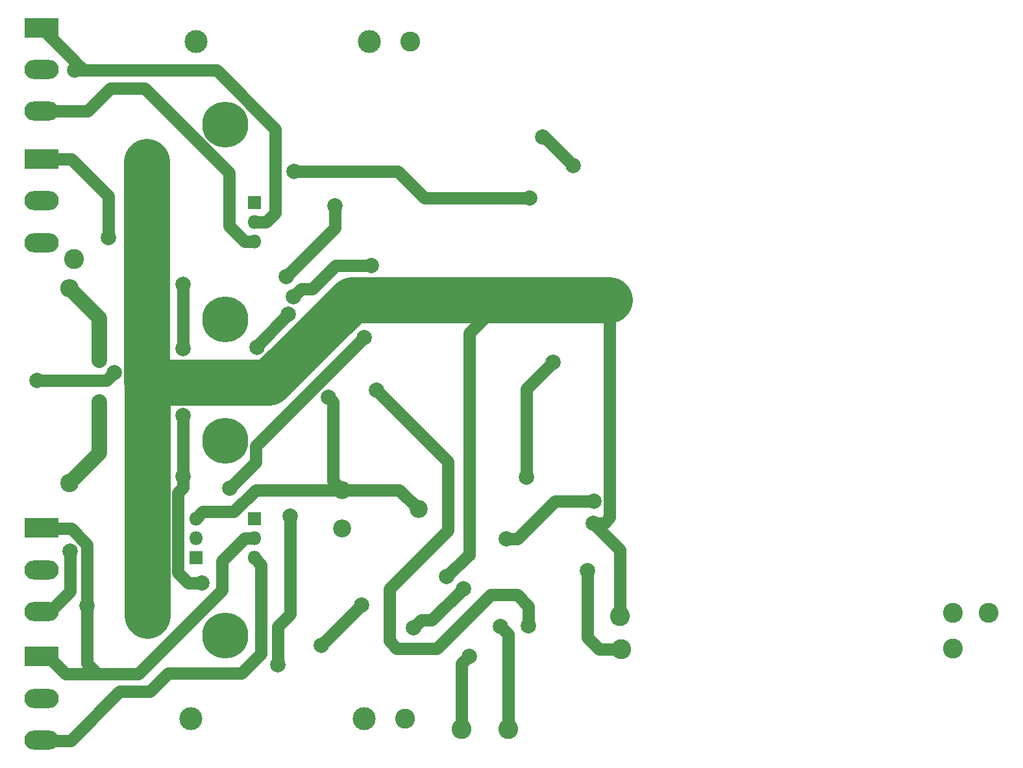
<source format=gbr>
G04 #@! TF.GenerationSoftware,KiCad,Pcbnew,5.1.5-52549c5~84~ubuntu18.04.1*
G04 #@! TF.CreationDate,2020-03-16T16:27:59+13:00*
G04 #@! TF.ProjectId,Trimodal SMD,5472696d-6f64-4616-9c20-534d442e6b69,rev?*
G04 #@! TF.SameCoordinates,Original*
G04 #@! TF.FileFunction,Copper,L2,Bot*
G04 #@! TF.FilePolarity,Positive*
%FSLAX46Y46*%
G04 Gerber Fmt 4.6, Leading zero omitted, Abs format (unit mm)*
G04 Created by KiCad (PCBNEW 5.1.5-52549c5~84~ubuntu18.04.1) date 2020-03-16 16:27:59*
%MOMM*%
%LPD*%
G04 APERTURE LIST*
%ADD10C,6.000000*%
%ADD11C,3.000000*%
%ADD12C,2.600000*%
%ADD13C,2.400000*%
%ADD14O,2.400000X2.400000*%
%ADD15C,2.340000*%
%ADD16O,1.800000X1.800000*%
%ADD17R,1.800000X1.800000*%
%ADD18R,4.500000X2.500000*%
%ADD19O,4.500000X2.500000*%
%ADD20C,2.000000*%
%ADD21C,5.000000*%
%ADD22C,4.000000*%
%ADD23C,1.600000*%
%ADD24C,6.000001*%
%ADD25C,2.000000*%
G04 APERTURE END LIST*
D10*
X88900000Y-114935000D03*
X88900000Y-89535000D03*
D11*
X107055000Y-125730000D03*
X84455000Y-125730000D03*
X85090000Y-37465000D03*
X107690000Y-37465000D03*
D10*
X88900000Y-48260000D03*
X88900000Y-73660000D03*
D12*
X140525500Y-116713000D03*
X140398500Y-112395000D03*
X69151500Y-65849500D03*
X85344000Y-81915000D03*
X112395000Y-125730000D03*
X113030000Y-37465000D03*
D13*
X68580000Y-94996000D03*
D14*
X68580000Y-69596000D03*
D15*
X104140000Y-95925000D03*
X114140000Y-98425000D03*
X104140000Y-100925000D03*
D12*
X89725500Y-81978500D03*
D16*
X92710000Y-104775000D03*
X92710000Y-102235000D03*
D17*
X92710000Y-99695000D03*
D18*
X64960500Y-117665500D03*
D19*
X64960500Y-123115500D03*
X64960500Y-128565500D03*
D17*
X92710000Y-58420000D03*
D16*
X92710000Y-60960000D03*
X92710000Y-63500000D03*
D18*
X64960500Y-35645500D03*
D19*
X64960500Y-41095500D03*
X64960500Y-46545500D03*
D17*
X85090000Y-104775000D03*
D16*
X85090000Y-102235000D03*
X85090000Y-99695000D03*
D19*
X64960500Y-63690500D03*
X64960500Y-58240500D03*
D18*
X64960500Y-52790500D03*
X64960500Y-100901500D03*
D19*
X64960500Y-106351500D03*
X64960500Y-111801500D03*
D12*
X119697500Y-127127000D03*
X125857000Y-127127000D03*
X183830501Y-111997501D03*
X183830501Y-116647501D03*
X188480501Y-111997501D03*
D20*
X124800500Y-113728500D03*
X120713500Y-117602000D03*
X136144000Y-106489500D03*
D21*
X78676500Y-53149500D03*
X78740000Y-111569500D03*
D22*
X118745000Y-70993000D03*
X139065000Y-71120000D03*
D20*
X117792500Y-107251500D03*
X136906000Y-100266500D03*
X128216250Y-94287750D03*
X131699000Y-79311500D03*
X102362000Y-83883500D03*
X97917000Y-54356000D03*
X128587500Y-57848500D03*
X89535000Y-95694500D03*
X106997500Y-76073000D03*
X101409500Y-116205000D03*
X106680000Y-110934500D03*
X72453500Y-84455000D03*
X83415000Y-94210000D03*
X83439000Y-69146999D03*
X83415000Y-86233000D03*
X83439000Y-77470000D03*
X85852000Y-108077000D03*
X64325500Y-81661000D03*
X74422000Y-80645000D03*
X125565000Y-102324000D03*
X136969500Y-97409000D03*
X108648500Y-82931000D03*
X128480000Y-113684500D03*
X72517000Y-79057500D03*
X113474500Y-113919000D03*
X119951500Y-108839000D03*
X93027500Y-77343000D03*
X97152316Y-73027684D03*
X70866000Y-110998000D03*
X69278500Y-41211500D03*
X73660000Y-63055500D03*
X97345500Y-99377500D03*
X95758000Y-118745000D03*
X97806817Y-70722183D03*
X107950000Y-66675000D03*
X130302000Y-49911000D03*
X134302500Y-53657500D03*
X68643500Y-103949500D03*
X96837500Y-68135500D03*
X103251000Y-58864500D03*
D23*
X125800499Y-114728499D02*
X125800499Y-127564501D01*
X124800500Y-113728500D02*
X125800499Y-114728499D01*
X119713501Y-118601999D02*
X119713501Y-127555499D01*
X120713500Y-117602000D02*
X119713501Y-118601999D01*
X136144000Y-106489500D02*
X136144000Y-115189000D01*
X137668000Y-116713000D02*
X140525500Y-116713000D01*
X136144000Y-115189000D02*
X137668000Y-116713000D01*
D24*
X80645000Y-81915000D02*
X82483477Y-81915000D01*
X82483477Y-81915000D02*
X94615000Y-81915000D01*
X94615000Y-81915000D02*
X105410000Y-71120000D01*
X78740000Y-81915000D02*
X80645000Y-81915000D01*
X105410000Y-71120000D02*
X118745000Y-71120000D01*
X139065000Y-71120000D02*
X139065000Y-71120000D01*
X139065000Y-71120000D02*
X139065000Y-71120000D01*
X78740000Y-81915000D02*
X78740000Y-112268000D01*
X78676500Y-81851500D02*
X78740000Y-81915000D01*
X78676500Y-53149500D02*
X78676500Y-81851500D01*
X128524000Y-71120000D02*
X139065000Y-71120000D01*
D23*
X120777000Y-75501500D02*
X125158500Y-71120000D01*
X120650000Y-104394000D02*
X120777000Y-104394000D01*
X117792500Y-107251500D02*
X120650000Y-104394000D01*
D24*
X118745000Y-71120000D02*
X125158500Y-71120000D01*
D23*
X120777000Y-104394000D02*
X120777000Y-75501500D01*
D24*
X125158500Y-71120000D02*
X128524000Y-71120000D01*
D23*
X140398500Y-103759000D02*
X140398500Y-112395000D01*
X136906000Y-100266500D02*
X140398500Y-103759000D01*
X139065000Y-73948427D02*
X139065000Y-71120000D01*
X139065000Y-99521713D02*
X139065000Y-73948427D01*
X138320213Y-100266500D02*
X139065000Y-99521713D01*
X136906000Y-100266500D02*
X138320213Y-100266500D01*
X128216250Y-94287750D02*
X128216250Y-82794250D01*
X128216250Y-82794250D02*
X131699000Y-79311500D01*
X131699000Y-79311500D02*
X131699000Y-79311500D01*
X102485371Y-95925000D02*
X104140000Y-95925000D01*
X92879998Y-95925000D02*
X102485371Y-95925000D01*
X90009997Y-98795001D02*
X92879998Y-95925000D01*
X85989999Y-98795001D02*
X90009997Y-98795001D01*
X85090000Y-99695000D02*
X85989999Y-98795001D01*
X111640000Y-95925000D02*
X114140000Y-98425000D01*
X104140000Y-95925000D02*
X111640000Y-95925000D01*
X102970001Y-94755001D02*
X102970001Y-84491501D01*
X104140000Y-95925000D02*
X102970001Y-94755001D01*
X102970001Y-84491501D02*
X102362000Y-83883500D01*
X102362000Y-83883500D02*
X102362000Y-83883500D01*
X97917000Y-54356000D02*
X111442500Y-54356000D01*
X111442500Y-54356000D02*
X114935000Y-57848500D01*
X114935000Y-57848500D02*
X128587500Y-57848500D01*
X128587500Y-57848500D02*
X128587500Y-57848500D01*
X106997500Y-76073000D02*
X106997500Y-76073000D01*
X90534999Y-94694501D02*
X89535000Y-95694500D01*
X92900001Y-92329499D02*
X90534999Y-94694501D01*
X92900001Y-90170499D02*
X92900001Y-92329499D01*
X106997500Y-76073000D02*
X92900001Y-90170499D01*
X101409500Y-116205000D02*
X106680000Y-110934500D01*
X106680000Y-110934500D02*
X106680000Y-110934500D01*
X83415000Y-94210000D02*
X83415000Y-86399500D01*
X83415000Y-86399500D02*
X83415000Y-86399500D01*
X83439000Y-69146999D02*
X83439000Y-70561212D01*
X83439000Y-70561212D02*
X83439000Y-77470000D01*
X83439000Y-77470000D02*
X83439000Y-77470000D01*
X83415000Y-95624213D02*
X82740010Y-96299203D01*
X83415000Y-94210000D02*
X83415000Y-95624213D01*
X82740010Y-96299203D02*
X82740010Y-106743010D01*
X82740010Y-106743010D02*
X84074000Y-108077000D01*
X84074000Y-108077000D02*
X85852000Y-108077000D01*
X85852000Y-108077000D02*
X85852000Y-108077000D01*
D25*
X72453500Y-91122500D02*
X68580000Y-94996000D01*
X72453500Y-84455000D02*
X72453500Y-91122500D01*
D23*
X73406000Y-81661000D02*
X64325500Y-81661000D01*
X74549000Y-80518000D02*
X73406000Y-81661000D01*
X126979213Y-102324000D02*
X131005213Y-98298000D01*
X125565000Y-102324000D02*
X126979213Y-102324000D01*
X131005213Y-98298000D02*
X131005213Y-98293287D01*
X131005213Y-98293287D02*
X131889500Y-97409000D01*
X131889500Y-97409000D02*
X136969500Y-97409000D01*
X136969500Y-97409000D02*
X136969500Y-97409000D01*
X117919500Y-92202000D02*
X108648500Y-82931000D01*
X117919500Y-101219000D02*
X117919500Y-92202000D01*
X110299500Y-115633500D02*
X110299500Y-108839000D01*
X128480000Y-111081000D02*
X127000000Y-109601000D01*
X128480000Y-113684500D02*
X128480000Y-111081000D01*
X111295239Y-116629239D02*
X110299500Y-115633500D01*
X110299500Y-108839000D02*
X117919500Y-101219000D01*
X127000000Y-109601000D02*
X123507500Y-109601000D01*
X123507500Y-109601000D02*
X116479261Y-116629239D01*
X116479261Y-116629239D02*
X111295239Y-116629239D01*
D25*
X72517000Y-73533000D02*
X68580000Y-69596000D01*
X72517000Y-79057500D02*
X72517000Y-73533000D01*
D23*
X113474500Y-113919000D02*
X114474499Y-112919001D01*
X114474499Y-112919001D02*
X115871499Y-112919001D01*
X115871499Y-112919001D02*
X119951500Y-108839000D01*
X119951500Y-108839000D02*
X119951500Y-108839000D01*
X64960500Y-46545500D02*
X70929500Y-46545500D01*
X70929500Y-46545500D02*
X73914000Y-43561000D01*
X73914000Y-43561000D02*
X78422500Y-43561000D01*
X78422500Y-43561000D02*
X89408000Y-54546500D01*
X89408000Y-61470792D02*
X91437208Y-63500000D01*
X91437208Y-63500000D02*
X92710000Y-63500000D01*
X89408000Y-54546500D02*
X89408000Y-61470792D01*
X97152316Y-73027684D02*
X97152316Y-73027684D01*
X93027500Y-77152500D02*
X97152316Y-73027684D01*
X93027500Y-77343000D02*
X93027500Y-77152500D01*
X65897000Y-117740000D02*
X68045000Y-119888000D01*
X64897000Y-117740000D02*
X65897000Y-117740000D01*
X77597000Y-119888000D02*
X88455500Y-109029500D01*
X91437208Y-102235000D02*
X92710000Y-102235000D01*
X88455500Y-105216708D02*
X91437208Y-102235000D01*
X88455500Y-109029500D02*
X88455500Y-105216708D01*
X68810500Y-100987000D02*
X70866000Y-103042500D01*
X64960500Y-100987000D02*
X68810500Y-100987000D01*
X70866000Y-118554500D02*
X72199500Y-119888000D01*
X70866000Y-103042500D02*
X70866000Y-110998000D01*
X68045000Y-119888000D02*
X72199500Y-119888000D01*
X72199500Y-119888000D02*
X77597000Y-119888000D01*
X70866000Y-110998000D02*
X70866000Y-118554500D01*
X87771502Y-41211500D02*
X95440500Y-48880498D01*
X74295000Y-41211500D02*
X87771502Y-41211500D01*
X93982792Y-60960000D02*
X92710000Y-60960000D01*
X95440500Y-59781500D02*
X94262000Y-60960000D01*
X94262000Y-60960000D02*
X93982792Y-60960000D01*
X95440500Y-48880498D02*
X95440500Y-59781500D01*
X64960500Y-35645500D02*
X65681000Y-35645500D01*
X73342500Y-41211500D02*
X72517000Y-41211500D01*
X74295000Y-41211500D02*
X73342500Y-41211500D01*
X69278500Y-41211500D02*
X69088000Y-41211500D01*
X69278500Y-39963500D02*
X64960500Y-35645500D01*
X69278500Y-41211500D02*
X69278500Y-39963500D01*
X69278500Y-40068500D02*
X70421500Y-41211500D01*
X69278500Y-39963500D02*
X69278500Y-40068500D01*
X72517000Y-41211500D02*
X70421500Y-41211500D01*
X70421500Y-41211500D02*
X69278500Y-41211500D01*
X68810500Y-52790500D02*
X73660000Y-57640000D01*
X64960500Y-52790500D02*
X68810500Y-52790500D01*
X73660000Y-57640000D02*
X73660000Y-63055500D01*
X73660000Y-63055500D02*
X73660000Y-63055500D01*
X95758000Y-113711287D02*
X97345500Y-112123787D01*
X95758000Y-115125500D02*
X95758000Y-113711287D01*
X97345500Y-112123787D02*
X97345500Y-99377500D01*
X97345500Y-99377500D02*
X97345500Y-99377500D01*
X95758000Y-115125500D02*
X95758000Y-118745000D01*
X95758000Y-118745000D02*
X95758000Y-118745000D01*
X98806816Y-69722184D02*
X100267316Y-69722184D01*
X97806817Y-70722183D02*
X98806816Y-69722184D01*
X100267316Y-69722184D02*
X103314500Y-66675000D01*
X103314500Y-66675000D02*
X107950000Y-66675000D01*
X107950000Y-66675000D02*
X108013500Y-66675000D01*
X130556000Y-49911000D02*
X134302500Y-53657500D01*
X130302000Y-49911000D02*
X130556000Y-49911000D01*
X68643500Y-105029000D02*
X68643500Y-105029000D01*
X65960500Y-111887000D02*
X64960500Y-111887000D01*
X68643500Y-103949500D02*
X68643500Y-109204000D01*
X68643500Y-109204000D02*
X65960500Y-111887000D01*
X93609999Y-105674999D02*
X92710000Y-104775000D01*
X93609999Y-117273501D02*
X93609999Y-105674999D01*
X64897000Y-128640000D02*
X68747000Y-128640000D01*
X68747000Y-128640000D02*
X75149500Y-122237500D01*
X75149500Y-122237500D02*
X79057500Y-122237500D01*
X79057500Y-122237500D02*
X81470500Y-119824500D01*
X81470500Y-119824500D02*
X91059000Y-119824500D01*
X91059000Y-119824500D02*
X93609999Y-117273501D01*
X96837500Y-68135500D02*
X103251000Y-61722000D01*
X103251000Y-61722000D02*
X103251000Y-58864500D01*
X103251000Y-58864500D02*
X103251000Y-58864500D01*
M02*

</source>
